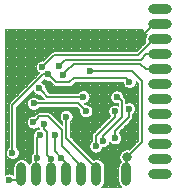
<source format=gbr>
G04 #@! TF.GenerationSoftware,KiCad,Pcbnew,(5.0.2)-1*
G04 #@! TF.CreationDate,2019-07-28T22:14:27+08:00*
G04 #@! TF.ProjectId,NRF24M,4e524632-344d-42e6-9b69-6361645f7063,rev?*
G04 #@! TF.SameCoordinates,Original*
G04 #@! TF.FileFunction,Copper,L2,Bot*
G04 #@! TF.FilePolarity,Positive*
%FSLAX46Y46*%
G04 Gerber Fmt 4.6, Leading zero omitted, Abs format (unit mm)*
G04 Created by KiCad (PCBNEW (5.0.2)-1) date 2019-07-28 22:14:27*
%MOMM*%
%LPD*%
G01*
G04 APERTURE LIST*
G04 #@! TA.AperFunction,ComponentPad*
%ADD10O,2.000000X0.850000*%
G04 #@! TD*
G04 #@! TA.AperFunction,SMDPad,CuDef*
%ADD11O,0.850000X2.000000*%
G04 #@! TD*
G04 #@! TA.AperFunction,ViaPad*
%ADD12C,0.600000*%
G04 #@! TD*
G04 #@! TA.AperFunction,ViaPad*
%ADD13C,0.800000*%
G04 #@! TD*
G04 #@! TA.AperFunction,Conductor*
%ADD14C,0.250000*%
G04 #@! TD*
G04 #@! TA.AperFunction,Conductor*
%ADD15C,0.200000*%
G04 #@! TD*
G04 #@! TA.AperFunction,Conductor*
%ADD16C,0.160000*%
G04 #@! TD*
G04 #@! TA.AperFunction,Conductor*
%ADD17C,0.100000*%
G04 #@! TD*
%ADD18C,0.100000*%
G04 APERTURE END LIST*
D10*
G04 #@! TO.P,J1,12*
G04 #@! TO.N,A2*
X86639400Y-61137800D03*
G04 #@! TO.P,J1,11*
G04 #@! TO.N,A3*
X86639400Y-59867800D03*
G04 #@! TO.P,J1,10*
G04 #@! TO.N,SDA*
X86639400Y-58597800D03*
G04 #@! TO.P,J1,9*
G04 #@! TO.N,SCL*
X86639400Y-57327800D03*
G04 #@! TO.P,J1,8*
G04 #@! TO.N,D2*
X86639400Y-56057800D03*
G04 #@! TO.P,J1,7*
G04 #@! TO.N,D3*
X86639400Y-54787800D03*
G04 #@! TO.P,J1,6*
G04 #@! TO.N,D4*
X86639400Y-53517800D03*
G04 #@! TO.P,J1,5*
G04 #@! TO.N,D5*
X86639400Y-52247800D03*
G04 #@! TO.P,J1,4*
G04 #@! TO.N,D6*
X86639400Y-50977800D03*
G04 #@! TO.P,J1,3*
G04 #@! TO.N,D7*
X86639400Y-49707800D03*
G04 #@! TO.P,J1,2*
G04 #@! TO.N,GND*
X86639400Y-48437800D03*
G04 #@! TO.P,J1,1*
G04 #@! TO.N,VCC*
X86639400Y-47167800D03*
G04 #@! TD*
D11*
G04 #@! TO.P,U2,2*
G04 #@! TO.N,+3V3*
X83820000Y-61087000D03*
G04 #@! TO.P,U2,1*
G04 #@! TO.N,GND*
X82550000Y-61087000D03*
G04 #@! TO.P,U2,3*
G04 #@! TO.N,D9*
X81280000Y-61087000D03*
G04 #@! TO.P,U2,4*
G04 #@! TO.N,D10*
X80010000Y-61087000D03*
G04 #@! TO.P,U2,5*
G04 #@! TO.N,SCK*
X78740000Y-61087000D03*
G04 #@! TO.P,U2,6*
G04 #@! TO.N,MOSI*
X77470000Y-61087000D03*
G04 #@! TO.P,U2,7*
G04 #@! TO.N,MISO*
X76200000Y-61087000D03*
G04 #@! TO.P,U2,8*
G04 #@! TO.N,IRQ*
X74930000Y-61087000D03*
G04 #@! TD*
D12*
G04 #@! TO.N,GND*
X73951320Y-49875440D03*
X84340700Y-50477870D03*
X79949610Y-56650353D03*
D13*
X82680617Y-59765497D03*
G04 #@! TO.N,+3V3*
X83867280Y-59667417D03*
D12*
X80149700Y-54559200D03*
X76426460Y-53854499D03*
X80741098Y-52382290D03*
G04 #@! TO.N,D5*
X78433946Y-52720176D03*
G04 #@! TO.N,D6*
X78086800Y-51981860D03*
G04 #@! TO.N,D7*
X76712565Y-52044112D03*
G04 #@! TO.N,D9*
X78704020Y-56236360D03*
G04 #@! TO.N,D10*
X75945580Y-56713880D03*
G04 #@! TO.N,MOSI*
X77390840Y-59815220D03*
X76849820Y-56899300D03*
G04 #@! TO.N,MISO*
X76268160Y-59751720D03*
X76478439Y-57809699D03*
G04 #@! TO.N,SCK*
X78269680Y-59729747D03*
X77731200Y-57809708D03*
G04 #@! TO.N,A1*
X75953200Y-55118760D03*
X80377880Y-55761380D03*
G04 #@! TO.N,RST*
X81210761Y-58750729D03*
X82829400Y-55803800D03*
G04 #@! TO.N,RXD*
X82820282Y-58045058D03*
X83997800Y-55575210D03*
G04 #@! TO.N,TXD*
X81850462Y-58270310D03*
X82991529Y-54567588D03*
G04 #@! TO.N,D2*
X84061300Y-53276500D03*
X77212605Y-52668595D03*
X74167580Y-59299600D03*
G04 #@! TO.N,IRQ*
X73870010Y-61611000D03*
G04 #@! TD*
D14*
G04 #@! TO.N,GND*
X82550000Y-61087000D02*
X82308700Y-60845700D01*
D15*
X86139400Y-48437800D02*
X84340700Y-50236500D01*
X86639400Y-48437800D02*
X86139400Y-48437800D01*
X84340700Y-50236500D02*
X84340700Y-50477870D01*
D14*
X82648700Y-59733580D02*
X82680617Y-59765497D01*
X82648700Y-59550300D02*
X82648700Y-59733580D01*
G04 #@! TO.N,+3V3*
X83820000Y-61087000D02*
X83820000Y-59714697D01*
X83820000Y-59714697D02*
X83867280Y-59667417D01*
D15*
X77131161Y-54559200D02*
X76726459Y-54154498D01*
X76726459Y-54154498D02*
X76426460Y-53854499D01*
X80149700Y-54559200D02*
X77131161Y-54559200D01*
X84283692Y-52382290D02*
X81165362Y-52382290D01*
X81165362Y-52382290D02*
X80741098Y-52382290D01*
X85153500Y-53252098D02*
X84283692Y-52382290D01*
X85153500Y-58381197D02*
X85153500Y-53252098D01*
X83867280Y-59667417D02*
X85153500Y-58381197D01*
D16*
G04 #@! TO.N,D5*
X85479400Y-52247800D02*
X85009499Y-51777899D01*
X86639400Y-52247800D02*
X85479400Y-52247800D01*
X85009499Y-51777899D02*
X79376223Y-51777899D01*
X79376223Y-51777899D02*
X78733945Y-52420177D01*
X78733945Y-52420177D02*
X78433946Y-52720176D01*
G04 #@! TO.N,D6*
X78650772Y-51417888D02*
X78386799Y-51681861D01*
X86639400Y-50977800D02*
X85479400Y-50977800D01*
X85479400Y-50977800D02*
X85039312Y-51417888D01*
X85039312Y-51417888D02*
X78650772Y-51417888D01*
X78386799Y-51681861D02*
X78086800Y-51981860D01*
G04 #@! TO.N,D7*
X77012564Y-51744113D02*
X76712565Y-52044112D01*
X77698800Y-51057877D02*
X77012564Y-51744113D01*
X84789323Y-51057877D02*
X77698800Y-51057877D01*
X86639400Y-49707800D02*
X86139400Y-49707800D01*
X86139400Y-49707800D02*
X84789323Y-51057877D01*
G04 #@! TO.N,D9*
X78709100Y-56241440D02*
X78704020Y-56236360D01*
X78709100Y-58039760D02*
X78709100Y-56241440D01*
X81280000Y-61087000D02*
X81280000Y-60610660D01*
X81280000Y-60610660D02*
X78709100Y-58039760D01*
G04 #@! TO.N,D10*
X80010000Y-60425240D02*
X78349089Y-58764329D01*
X80010000Y-61087000D02*
X80010000Y-60425240D01*
X78349089Y-58764329D02*
X78349089Y-57404768D01*
X78349089Y-57404768D02*
X77163502Y-56219181D01*
X76245579Y-56413881D02*
X75945580Y-56713880D01*
X77163502Y-56219181D02*
X76440279Y-56219181D01*
X76440279Y-56219181D02*
X76245579Y-56413881D01*
G04 #@! TO.N,MOSI*
X77470000Y-61087000D02*
X77470000Y-59894380D01*
X77470000Y-59894380D02*
X77390840Y-59815220D01*
X76849820Y-57333640D02*
X76849820Y-56899300D01*
X77090841Y-57574661D02*
X76849820Y-57333640D01*
X77390840Y-59815220D02*
X77090841Y-59515221D01*
X77090841Y-59515221D02*
X77090841Y-57574661D01*
G04 #@! TO.N,MISO*
X76200000Y-59819880D02*
X76268160Y-59751720D01*
X76200000Y-61087000D02*
X76200000Y-59819880D01*
X76268160Y-59751720D02*
X76268160Y-58019978D01*
X76268160Y-58019978D02*
X76478439Y-57809699D01*
G04 #@! TO.N,SCK*
X78740000Y-60200067D02*
X78269680Y-59729747D01*
X78740000Y-61087000D02*
X78740000Y-60200067D01*
X77731200Y-59191267D02*
X78269680Y-59729747D01*
X77731200Y-57809708D02*
X77731200Y-59191267D01*
G04 #@! TO.N,A1*
X75953200Y-55118760D02*
X79735260Y-55118760D01*
X79735260Y-55118760D02*
X80077881Y-55461381D01*
X80077881Y-55461381D02*
X80377880Y-55761380D01*
G04 #@! TO.N,RST*
X81210761Y-58326465D02*
X81210761Y-58750729D01*
X81210761Y-57887599D02*
X81210761Y-58326465D01*
X82829400Y-55803800D02*
X82829400Y-56268960D01*
X82829400Y-56268960D02*
X81210761Y-57887599D01*
G04 #@! TO.N,RXD*
X83997800Y-55999474D02*
X83997800Y-55575210D01*
X83997800Y-56253720D02*
X83997800Y-55999474D01*
X82820282Y-58045058D02*
X82820282Y-57431238D01*
X82820282Y-57431238D02*
X83997800Y-56253720D01*
G04 #@! TO.N,TXD*
X81850462Y-57846046D02*
X81850462Y-58270310D01*
X83409401Y-56287107D02*
X81850462Y-57846046D01*
X83409401Y-54899081D02*
X83409401Y-56287107D01*
X82991529Y-54567588D02*
X83077908Y-54567588D01*
X83077908Y-54567588D02*
X83409401Y-54899081D01*
G04 #@! TO.N,D2*
X78980880Y-53345840D02*
X77889850Y-53345840D01*
X77512604Y-52968594D02*
X77212605Y-52668595D01*
X83747100Y-52962300D02*
X79364420Y-52962300D01*
X84061300Y-53276500D02*
X83747100Y-52962300D01*
X79364420Y-52962300D02*
X78980880Y-53345840D01*
X77889850Y-53345840D02*
X77512604Y-52968594D01*
X77212605Y-52668595D02*
X76788341Y-52668595D01*
X76788341Y-52668595D02*
X74167580Y-55289356D01*
X74167580Y-58875336D02*
X74167580Y-59299600D01*
X74167580Y-55289356D02*
X74167580Y-58875336D01*
G04 #@! TO.N,IRQ*
X74930000Y-61087000D02*
X74930000Y-60811320D01*
X74713680Y-61611000D02*
X73870010Y-61611000D01*
X74930000Y-61087000D02*
X74930000Y-61394680D01*
X74930000Y-61394680D02*
X74713680Y-61611000D01*
G04 #@! TD*
D17*
G04 #@! TO.N,GND*
X85177766Y-48868800D02*
X73520000Y-48868800D01*
X85215261Y-48963800D02*
X73520000Y-48963800D01*
X85281680Y-49058800D02*
X73520000Y-49058800D01*
X85363033Y-49153800D02*
X73520000Y-49153800D01*
X85476857Y-49248800D02*
X73520000Y-49248800D01*
X85493588Y-49343800D02*
X73520000Y-49343800D01*
X85442810Y-49438800D02*
X73520000Y-49438800D01*
X85411810Y-49533800D02*
X73520000Y-49533800D01*
X85393916Y-49628800D02*
X73520000Y-49628800D01*
X85387709Y-49723800D02*
X73520000Y-49723800D01*
X85397066Y-49818800D02*
X73520000Y-49818800D01*
X85421516Y-49913800D02*
X73520000Y-49913800D01*
X85371711Y-50008800D02*
X73520000Y-50008800D01*
X85276711Y-50103800D02*
X73520000Y-50103800D01*
X85181711Y-50198800D02*
X73520000Y-50198800D01*
X85086711Y-50293800D02*
X73520000Y-50293800D01*
X84991711Y-50388800D02*
X73520000Y-50388800D01*
X84896711Y-50483800D02*
X73520000Y-50483800D01*
X84801711Y-50578800D02*
X73520000Y-50578800D01*
X84706711Y-50673800D02*
X73520000Y-50673800D01*
X77539580Y-50768800D02*
X73520000Y-50768800D01*
X77426187Y-50863800D02*
X73520000Y-50863800D01*
X77331187Y-50958800D02*
X73520000Y-50958800D01*
X77236187Y-51053800D02*
X73520000Y-51053800D01*
X77141187Y-51148800D02*
X73520000Y-51148800D01*
X77046188Y-51243800D02*
X73520000Y-51243800D01*
X76951188Y-51338800D02*
X73520000Y-51338800D01*
X76856188Y-51433800D02*
X73520000Y-51433800D01*
X76519420Y-51528800D02*
X73520000Y-51528800D01*
X76355060Y-51623800D02*
X73520000Y-51623800D01*
X76268453Y-51718800D02*
X73520000Y-51718800D01*
X76212648Y-51813800D02*
X73520000Y-51813800D01*
X76178705Y-51908800D02*
X73520000Y-51908800D01*
X76162565Y-52003800D02*
X73520000Y-52003800D01*
X76162668Y-52098800D02*
X73520000Y-52098800D01*
X76181564Y-52193800D02*
X73520000Y-52193800D01*
X76218602Y-52288800D02*
X73520000Y-52288800D01*
X76278058Y-52383800D02*
X73520000Y-52383800D01*
X76373148Y-52478800D02*
X73520000Y-52478800D01*
X76416447Y-52573800D02*
X73520000Y-52573800D01*
X76321447Y-52668800D02*
X73520000Y-52668800D01*
X76226447Y-52763800D02*
X73520000Y-52763800D01*
X76131447Y-52858800D02*
X73520000Y-52858800D01*
X76036447Y-52953800D02*
X73520000Y-52953800D01*
X75941447Y-53048800D02*
X73520000Y-53048800D01*
X75846447Y-53143800D02*
X73520000Y-53143800D01*
X76933826Y-53143800D02*
X76779825Y-53143800D01*
X75751447Y-53238800D02*
X73520000Y-53238800D01*
X77316120Y-53238800D02*
X76684825Y-53238800D01*
X84645227Y-53238800D02*
X84611300Y-53238800D01*
X75656447Y-53333800D02*
X73520000Y-53333800D01*
X77411120Y-53333800D02*
X76606600Y-53333800D01*
X83511922Y-53333800D02*
X79459610Y-53333800D01*
X84740227Y-53333800D02*
X84610677Y-53333800D01*
X75561447Y-53428800D02*
X73520000Y-53428800D01*
X77506120Y-53428800D02*
X76778578Y-53428800D01*
X83530819Y-53428800D02*
X79364610Y-53428800D01*
X84803501Y-53428800D02*
X84591780Y-53428800D01*
X75466447Y-53523800D02*
X73520000Y-53523800D01*
X77601120Y-53523800D02*
X76866974Y-53523800D01*
X83568419Y-53523800D02*
X79269610Y-53523800D01*
X84803501Y-53523800D02*
X84554180Y-53523800D01*
X75371447Y-53618800D02*
X73520000Y-53618800D01*
X77702271Y-53618800D02*
X76924146Y-53618800D01*
X83628538Y-53618800D02*
X79168458Y-53618800D01*
X84803501Y-53618800D02*
X84494061Y-53618800D01*
X75276447Y-53713800D02*
X73520000Y-53713800D01*
X83725792Y-53713800D02*
X76959249Y-53713800D01*
X84803501Y-53713800D02*
X84396807Y-53713800D01*
X75181447Y-53808800D02*
X73520000Y-53808800D01*
X83918145Y-53808800D02*
X76976460Y-53808800D01*
X84803501Y-53808800D02*
X84204454Y-53808800D01*
X75086447Y-53903800D02*
X73520000Y-53903800D01*
X84803501Y-53903800D02*
X76976460Y-53903800D01*
X74991447Y-53998800D02*
X73520000Y-53998800D01*
X84803501Y-53998800D02*
X77065735Y-53998800D01*
X74896447Y-54093800D02*
X73520000Y-54093800D01*
X75930266Y-54093800D02*
X75829825Y-54093800D01*
X79856248Y-54093800D02*
X77160735Y-54093800D01*
X82710630Y-54093800D02*
X80443153Y-54093800D01*
X84803501Y-54093800D02*
X83272429Y-54093800D01*
X74801447Y-54188800D02*
X73520000Y-54188800D01*
X75988353Y-54188800D02*
X75734825Y-54188800D01*
X79742283Y-54188800D02*
X77255735Y-54188800D01*
X82592500Y-54188800D02*
X80557117Y-54188800D01*
X84803501Y-54188800D02*
X83390558Y-54188800D01*
X74706447Y-54283800D02*
X73520000Y-54283800D01*
X76078980Y-54283800D02*
X75639825Y-54283800D01*
X82519672Y-54283800D02*
X80627163Y-54283800D01*
X84803501Y-54283800D02*
X83463387Y-54283800D01*
X74611447Y-54378800D02*
X73520000Y-54378800D01*
X76255015Y-54378800D02*
X75544825Y-54378800D01*
X82474412Y-54378800D02*
X80670292Y-54378800D01*
X84803501Y-54378800D02*
X83508647Y-54378800D01*
X74516447Y-54473800D02*
X73520000Y-54473800D01*
X76550787Y-54473800D02*
X75449825Y-54473800D01*
X82449410Y-54473800D02*
X80693489Y-54473800D01*
X84803501Y-54473800D02*
X83533649Y-54473800D01*
X74421447Y-54568800D02*
X73520000Y-54568800D01*
X75898829Y-54568800D02*
X75354825Y-54568800D01*
X76645787Y-54568800D02*
X76007572Y-54568800D01*
X82441529Y-54568800D02*
X80699700Y-54568800D01*
X84803501Y-54568800D02*
X83545810Y-54568800D01*
X74326447Y-54663800D02*
X73520000Y-54663800D01*
X75644123Y-54663800D02*
X75259825Y-54663800D01*
X76740787Y-54663800D02*
X76262278Y-54663800D01*
X82449891Y-54663800D02*
X80689668Y-54663800D01*
X84803501Y-54663800D02*
X83642892Y-54663800D01*
X74231447Y-54758800D02*
X73520000Y-54758800D01*
X75535343Y-54758800D02*
X75164825Y-54758800D01*
X76835787Y-54758800D02*
X76371057Y-54758800D01*
X82475415Y-54758800D02*
X80662338Y-54758800D01*
X84803501Y-54758800D02*
X83708602Y-54758800D01*
X74136447Y-54853800D02*
X73520000Y-54853800D01*
X75468762Y-54853800D02*
X75069825Y-54853800D01*
X82521290Y-54853800D02*
X80614333Y-54853800D01*
X84803501Y-54853800D02*
X83736537Y-54853800D01*
X74041447Y-54948800D02*
X73520000Y-54948800D01*
X75428284Y-54948800D02*
X74974825Y-54948800D01*
X82594924Y-54948800D02*
X80537917Y-54948800D01*
X84803501Y-54948800D02*
X83739401Y-54948800D01*
X73946447Y-55043800D02*
X73520000Y-55043800D01*
X75407336Y-55043800D02*
X74879825Y-55043800D01*
X82714257Y-55043800D02*
X80414417Y-55043800D01*
X83850171Y-55043800D02*
X83739401Y-55043800D01*
X84803501Y-55043800D02*
X84145430Y-55043800D01*
X73873873Y-55138800D02*
X73520000Y-55138800D01*
X75403200Y-55138800D02*
X74784825Y-55138800D01*
X83079401Y-55138800D02*
X80221991Y-55138800D01*
X84803501Y-55138800D02*
X84334640Y-55138800D01*
X73841457Y-55233800D02*
X73520000Y-55233800D01*
X75415307Y-55233800D02*
X74689825Y-55233800D01*
X83079401Y-55233800D02*
X80541409Y-55233800D01*
X84803501Y-55233800D02*
X84431157Y-55233800D01*
X73837580Y-55328800D02*
X73520000Y-55328800D01*
X75444885Y-55328800D02*
X74594825Y-55328800D01*
X82550315Y-55328800D02*
X80720452Y-55328800D01*
X84803501Y-55328800D02*
X84491049Y-55328800D01*
X73837580Y-55423800D02*
X73520000Y-55423800D01*
X75495542Y-55423800D02*
X74499825Y-55423800D01*
X82431583Y-55423800D02*
X80813796Y-55423800D01*
X84803501Y-55423800D02*
X84528458Y-55423800D01*
X73837580Y-55518800D02*
X73520000Y-55518800D01*
X75575423Y-55518800D02*
X74497580Y-55518800D01*
X79668609Y-55518800D02*
X76330977Y-55518800D01*
X82358352Y-55518800D02*
X80872716Y-55518800D01*
X84803501Y-55518800D02*
X84547355Y-55518800D01*
X73837580Y-55613800D02*
X73520000Y-55613800D01*
X75711114Y-55613800D02*
X74497580Y-55613800D01*
X79763609Y-55613800D02*
X76195285Y-55613800D01*
X82312785Y-55613800D02*
X80909300Y-55613800D01*
X84803501Y-55613800D02*
X84547800Y-55613800D01*
X73837580Y-55708800D02*
X73520000Y-55708800D01*
X78540443Y-55708800D02*
X74497580Y-55708800D01*
X79827880Y-55708800D02*
X78867598Y-55708800D01*
X82287522Y-55708800D02*
X80927880Y-55708800D01*
X84803501Y-55708800D02*
X84532002Y-55708800D01*
X73837580Y-55803800D02*
X73520000Y-55803800D01*
X78361419Y-55803800D02*
X74497580Y-55803800D01*
X79827880Y-55803800D02*
X79046622Y-55803800D01*
X82279400Y-55803800D02*
X80927880Y-55803800D01*
X84803501Y-55803800D02*
X84498430Y-55803800D01*
X73837580Y-55898800D02*
X73520000Y-55898800D01*
X76359623Y-55898800D02*
X74497580Y-55898800D01*
X78268092Y-55898800D02*
X77244159Y-55898800D01*
X79844439Y-55898800D02*
X79139949Y-55898800D01*
X82287521Y-55898800D02*
X80911320Y-55898800D01*
X84803501Y-55898800D02*
X84443063Y-55898800D01*
X73837580Y-55993800D02*
X73520000Y-55993800D01*
X76198343Y-55993800D02*
X74497580Y-55993800D01*
X78209177Y-55993800D02*
X77405439Y-55993800D01*
X79878836Y-55993800D02*
X79198864Y-55993800D01*
X82312784Y-55993800D02*
X80876923Y-55993800D01*
X84803501Y-55993800D02*
X84357027Y-55993800D01*
X73837580Y-56088800D02*
X73520000Y-56088800D01*
X76103971Y-56088800D02*
X74497580Y-56088800D01*
X78172597Y-56088800D02*
X77499811Y-56088800D01*
X79935175Y-56088800D02*
X79235444Y-56088800D01*
X82358351Y-56088800D02*
X80820584Y-56088800D01*
X84803501Y-56088800D02*
X84327800Y-56088800D01*
X73837580Y-56183800D02*
X73520000Y-56183800D01*
X75791265Y-56183800D02*
X74497580Y-56183800D01*
X78154020Y-56183800D02*
X77594811Y-56183800D01*
X80022483Y-56183800D02*
X79254020Y-56183800D01*
X82431583Y-56183800D02*
X80733277Y-56183800D01*
X84803501Y-56183800D02*
X84327800Y-56183800D01*
X73837580Y-56278800D02*
X73520000Y-56278800D01*
X75606750Y-56278800D02*
X74497580Y-56278800D01*
X78154020Y-56278800D02*
X77689811Y-56278800D01*
X80189823Y-56278800D02*
X79254020Y-56278800D01*
X82352870Y-56278800D02*
X80565936Y-56278800D01*
X84803501Y-56278800D02*
X84326925Y-56278800D01*
X73837580Y-56373800D02*
X73520000Y-56373800D01*
X75511336Y-56373800D02*
X74497580Y-56373800D01*
X78170583Y-56373800D02*
X77784811Y-56373800D01*
X82257870Y-56373800D02*
X79237456Y-56373800D01*
X84803501Y-56373800D02*
X84306222Y-56373800D01*
X73837580Y-56468800D02*
X73520000Y-56468800D01*
X75451781Y-56468800D02*
X74497580Y-56468800D01*
X78204984Y-56468800D02*
X77879811Y-56468800D01*
X82162870Y-56468800D02*
X79203055Y-56468800D01*
X84803501Y-56468800D02*
X84248190Y-56468800D01*
X73837580Y-56563800D02*
X73520000Y-56563800D01*
X75414658Y-56563800D02*
X74497580Y-56563800D01*
X78261329Y-56563800D02*
X77974812Y-56563800D01*
X82067870Y-56563800D02*
X79146710Y-56563800D01*
X84803501Y-56563800D02*
X84154409Y-56563800D01*
X73837580Y-56658800D02*
X73520000Y-56658800D01*
X75395762Y-56658800D02*
X74497580Y-56658800D01*
X78348643Y-56658800D02*
X78069812Y-56658800D01*
X81972870Y-56658800D02*
X79059397Y-56658800D01*
X84803501Y-56658800D02*
X84059409Y-56658800D01*
X73837580Y-56753800D02*
X73520000Y-56753800D01*
X75395580Y-56753800D02*
X74497580Y-56753800D01*
X78379101Y-56753800D02*
X78164812Y-56753800D01*
X81877870Y-56753800D02*
X79039100Y-56753800D01*
X84803501Y-56753800D02*
X83964409Y-56753800D01*
X73837580Y-56848800D02*
X73520000Y-56848800D01*
X75411641Y-56848800D02*
X74497580Y-56848800D01*
X78379101Y-56848800D02*
X78259812Y-56848800D01*
X81782870Y-56848800D02*
X79039100Y-56848800D01*
X84803501Y-56848800D02*
X83869409Y-56848800D01*
X73837580Y-56943800D02*
X73520000Y-56943800D01*
X75445500Y-56943800D02*
X74497580Y-56943800D01*
X78379101Y-56943800D02*
X78354812Y-56943800D01*
X81687871Y-56943800D02*
X79039100Y-56943800D01*
X84803501Y-56943800D02*
X83774409Y-56943800D01*
X73837580Y-57038800D02*
X73520000Y-57038800D01*
X75501205Y-57038800D02*
X74497580Y-57038800D01*
X81592871Y-57038800D02*
X79039100Y-57038800D01*
X84803501Y-57038800D02*
X83679409Y-57038800D01*
X73837580Y-57133800D02*
X73520000Y-57133800D01*
X75587683Y-57133800D02*
X74497580Y-57133800D01*
X76351637Y-57133800D02*
X76303477Y-57133800D01*
X81497871Y-57133800D02*
X79039100Y-57133800D01*
X84803501Y-57133800D02*
X83584409Y-57133800D01*
X73837580Y-57228800D02*
X73520000Y-57228800D01*
X75751487Y-57228800D02*
X74497580Y-57228800D01*
X76408505Y-57228800D02*
X76139672Y-57228800D01*
X81402871Y-57228800D02*
X79039100Y-57228800D01*
X84803501Y-57228800D02*
X83489409Y-57228800D01*
X73837580Y-57323800D02*
X73520000Y-57323800D01*
X76215666Y-57323800D02*
X74497580Y-57323800D01*
X81307871Y-57323800D02*
X79039100Y-57323800D01*
X84803501Y-57323800D02*
X83394409Y-57323800D01*
X73837580Y-57418800D02*
X73520000Y-57418800D01*
X76091521Y-57418800D02*
X74497580Y-57418800D01*
X81212871Y-57418800D02*
X79039100Y-57418800D01*
X84803501Y-57418800D02*
X83299409Y-57418800D01*
X73837580Y-57513800D02*
X73520000Y-57513800D01*
X76014674Y-57513800D02*
X74497580Y-57513800D01*
X81117871Y-57513800D02*
X79039100Y-57513800D01*
X84803501Y-57513800D02*
X83204409Y-57513800D01*
X73837580Y-57608800D02*
X73520000Y-57608800D01*
X75966339Y-57608800D02*
X74497580Y-57608800D01*
X81022871Y-57608800D02*
X79039100Y-57608800D01*
X84803501Y-57608800D02*
X83157350Y-57608800D01*
X73837580Y-57703800D02*
X73520000Y-57703800D01*
X75938729Y-57703800D02*
X74497580Y-57703800D01*
X80934822Y-57703800D02*
X79039100Y-57703800D01*
X84803501Y-57703800D02*
X83253740Y-57703800D01*
X73837580Y-57798800D02*
X73520000Y-57798800D01*
X75928439Y-57798800D02*
X74497580Y-57798800D01*
X80892850Y-57798800D02*
X79039100Y-57798800D01*
X84803501Y-57798800D02*
X83313594Y-57798800D01*
X73837580Y-57893800D02*
X73520000Y-57893800D01*
X75934392Y-57893800D02*
X74497580Y-57893800D01*
X80879775Y-57893800D02*
X79039100Y-57893800D01*
X84803501Y-57893800D02*
X83350971Y-57893800D01*
X73837580Y-57988800D02*
X73520000Y-57988800D01*
X75939636Y-57988800D02*
X74497580Y-57988800D01*
X80880761Y-57988800D02*
X79124830Y-57988800D01*
X84803501Y-57988800D02*
X83369867Y-57988800D01*
X73837580Y-58083800D02*
X73520000Y-58083800D01*
X75938161Y-58083800D02*
X74497580Y-58083800D01*
X80880761Y-58083800D02*
X79219830Y-58083800D01*
X84803501Y-58083800D02*
X83370282Y-58083800D01*
X73837580Y-58178800D02*
X73520000Y-58178800D01*
X75938161Y-58178800D02*
X74497580Y-58178800D01*
X80880761Y-58178800D02*
X79314830Y-58178800D01*
X84803501Y-58178800D02*
X83354454Y-58178800D01*
X73837580Y-58273800D02*
X73520000Y-58273800D01*
X75938161Y-58273800D02*
X74497580Y-58273800D01*
X80880761Y-58273800D02*
X79409830Y-58273800D01*
X84765924Y-58273800D02*
X83320849Y-58273800D01*
X73837580Y-58368800D02*
X73520000Y-58368800D01*
X75938161Y-58368800D02*
X74497580Y-58368800D01*
X80814873Y-58368800D02*
X79504830Y-58368800D01*
X84670924Y-58368800D02*
X83265443Y-58368800D01*
X73837580Y-58463800D02*
X73520000Y-58463800D01*
X75938161Y-58463800D02*
X74497580Y-58463800D01*
X80741002Y-58463800D02*
X79599830Y-58463800D01*
X82461207Y-58463800D02*
X82365631Y-58463800D01*
X84575924Y-58463800D02*
X83179357Y-58463800D01*
X73837580Y-58558800D02*
X73520000Y-58558800D01*
X75938161Y-58558800D02*
X74497580Y-58558800D01*
X80694945Y-58558800D02*
X79694830Y-58558800D01*
X82623345Y-58558800D02*
X82319178Y-58558800D01*
X84480924Y-58558800D02*
X83017218Y-58558800D01*
X73837580Y-58653800D02*
X73520000Y-58653800D01*
X75938161Y-58653800D02*
X74497580Y-58653800D01*
X80669267Y-58653800D02*
X79789830Y-58653800D01*
X84385924Y-58653800D02*
X82244789Y-58653800D01*
X73837580Y-58748800D02*
X73520000Y-58748800D01*
X75938161Y-58748800D02*
X74497580Y-58748800D01*
X80660761Y-58748800D02*
X79884830Y-58748800D01*
X84290924Y-58748800D02*
X82124324Y-58748800D01*
X73837580Y-58843800D02*
X73520000Y-58843800D01*
X75938161Y-58843800D02*
X74497580Y-58843800D01*
X80668498Y-58843800D02*
X79979830Y-58843800D01*
X84195924Y-58843800D02*
X81753023Y-58843800D01*
X73750563Y-58938800D02*
X73520000Y-58938800D01*
X75938161Y-58938800D02*
X74584597Y-58938800D01*
X80693346Y-58938800D02*
X80074830Y-58938800D01*
X84100924Y-58938800D02*
X81728175Y-58938800D01*
X73683703Y-59033800D02*
X73520000Y-59033800D01*
X75938161Y-59033800D02*
X74651458Y-59033800D01*
X80738424Y-59033800D02*
X80169830Y-59033800D01*
X83720898Y-59033800D02*
X81683097Y-59033800D01*
X73643012Y-59128800D02*
X73520000Y-59128800D01*
X75938161Y-59128800D02*
X74692149Y-59128800D01*
X80811015Y-59128800D02*
X80264830Y-59128800D01*
X83503409Y-59128800D02*
X81610507Y-59128800D01*
X73621883Y-59223800D02*
X73520000Y-59223800D01*
X75938161Y-59223800D02*
X74713278Y-59223800D01*
X80928788Y-59223800D02*
X80359830Y-59223800D01*
X83391658Y-59223800D02*
X81492733Y-59223800D01*
X73617580Y-59318800D02*
X73520000Y-59318800D01*
X75926098Y-59318800D02*
X74717580Y-59318800D01*
X83318471Y-59318800D02*
X80454830Y-59318800D01*
X73629520Y-59413800D02*
X73520000Y-59413800D01*
X75832472Y-59413800D02*
X74705639Y-59413800D01*
X83268777Y-59413800D02*
X80549830Y-59413800D01*
X73658917Y-59508800D02*
X73520000Y-59508800D01*
X75773466Y-59508800D02*
X74676242Y-59508800D01*
X83236097Y-59508800D02*
X80644830Y-59508800D01*
X73709360Y-59603800D02*
X73520000Y-59603800D01*
X75736808Y-59603800D02*
X74625799Y-59603800D01*
X83217280Y-59603800D02*
X80739830Y-59603800D01*
X73788963Y-59698800D02*
X73520000Y-59698800D01*
X75718160Y-59698800D02*
X74546197Y-59698800D01*
X83217280Y-59698800D02*
X80834830Y-59698800D01*
X73923466Y-59793800D02*
X73520000Y-59793800D01*
X75718160Y-59793800D02*
X74411693Y-59793800D01*
X83229684Y-59793800D02*
X80929830Y-59793800D01*
X74664012Y-59888800D02*
X73520000Y-59888800D01*
X75734651Y-59888800D02*
X75195990Y-59888800D01*
X83255425Y-59888800D02*
X81545990Y-59888800D01*
X74509607Y-59983800D02*
X73520000Y-59983800D01*
X75768975Y-59983800D02*
X75350395Y-59983800D01*
X83296932Y-59983800D02*
X81700395Y-59983800D01*
X74412311Y-60078800D02*
X73520000Y-60078800D01*
X75682311Y-60078800D02*
X75447691Y-60078800D01*
X83302311Y-60078800D02*
X81797691Y-60078800D01*
X74345399Y-60173800D02*
X73520000Y-60173800D01*
X75615399Y-60173800D02*
X75514603Y-60173800D01*
X83235399Y-60173800D02*
X81864603Y-60173800D01*
X74298402Y-60268800D02*
X73520000Y-60268800D01*
X75568403Y-60268800D02*
X75561600Y-60268800D01*
X83188402Y-60268800D02*
X81911600Y-60268800D01*
X74269585Y-60363800D02*
X73520000Y-60363800D01*
X83159585Y-60363800D02*
X81940417Y-60363800D01*
X74256975Y-60458800D02*
X73520000Y-60458800D01*
X83146975Y-60458800D02*
X81953027Y-60458800D01*
X74255001Y-60553800D02*
X73520000Y-60553800D01*
X83145001Y-60553800D02*
X81955000Y-60553800D01*
X74255001Y-60648800D02*
X73520000Y-60648800D01*
X83145001Y-60648800D02*
X81955000Y-60648800D01*
X74255001Y-60743800D02*
X73520000Y-60743800D01*
X83145001Y-60743800D02*
X81955000Y-60743800D01*
X74255001Y-60838800D02*
X73520000Y-60838800D01*
X83145001Y-60838800D02*
X81955000Y-60838800D01*
X74255001Y-60933800D02*
X73520000Y-60933800D01*
X83145001Y-60933800D02*
X81955000Y-60933800D01*
X74255001Y-61028800D02*
X73520000Y-61028800D01*
X83145001Y-61028800D02*
X81955000Y-61028800D01*
X73609184Y-61123800D02*
X73520000Y-61123800D01*
X74255001Y-61123800D02*
X74130837Y-61123800D01*
X83145001Y-61123800D02*
X81955000Y-61123800D01*
X83145001Y-61218800D02*
X81955000Y-61218800D01*
X83145001Y-61313800D02*
X81955000Y-61313800D01*
X83145001Y-61408800D02*
X81955000Y-61408800D01*
X83145001Y-61503800D02*
X81955000Y-61503800D01*
X83145001Y-61598800D02*
X81955000Y-61598800D01*
X83145001Y-61693800D02*
X81955000Y-61693800D01*
X83154223Y-61788800D02*
X81945776Y-61788800D01*
X83181909Y-61883800D02*
X81918090Y-61883800D01*
X83223959Y-61978800D02*
X81876041Y-61978800D01*
X83284747Y-62073800D02*
X81815253Y-62073800D01*
X83373530Y-62168800D02*
X81726469Y-62168800D01*
X85535988Y-49287663D02*
X85535988Y-49287663D01*
X85440988Y-49442207D02*
X85440988Y-49218862D01*
X85345988Y-50034522D02*
X85345988Y-49138493D01*
X85250988Y-50129522D02*
X85250988Y-49020763D01*
X85155988Y-50224522D02*
X85155988Y-48868800D01*
X85060988Y-50319522D02*
X85060988Y-48868800D01*
X84965988Y-50414522D02*
X84965988Y-48868800D01*
X84870988Y-50509522D02*
X84870988Y-48868800D01*
X84775988Y-50604522D02*
X84775988Y-48868800D01*
X84775988Y-58263735D02*
X84775988Y-53369561D01*
X84680988Y-50699522D02*
X84680988Y-48868800D01*
X84680988Y-58358735D02*
X84680988Y-53274561D01*
X84585988Y-50727877D02*
X84585988Y-48868800D01*
X84585988Y-58453735D02*
X84585988Y-53447011D01*
X84490988Y-50727877D02*
X84490988Y-48868800D01*
X84490988Y-55328653D02*
X84490988Y-53623400D01*
X84490988Y-58548735D02*
X84490988Y-55821768D01*
X84395988Y-50727877D02*
X84395988Y-48868800D01*
X84395988Y-55195581D02*
X84395988Y-53714348D01*
X84395988Y-58643735D02*
X84395988Y-55954839D01*
X84300988Y-50727877D02*
X84300988Y-48868800D01*
X84300988Y-55116315D02*
X84300988Y-53772534D01*
X84300988Y-58738735D02*
X84300988Y-56386542D01*
X84205988Y-50727877D02*
X84205988Y-48868800D01*
X84205988Y-55066129D02*
X84205988Y-53808496D01*
X84205988Y-58833735D02*
X84205988Y-56512222D01*
X84110988Y-50727877D02*
X84110988Y-48868800D01*
X84110988Y-55036950D02*
X84110988Y-53826500D01*
X84110988Y-58928735D02*
X84110988Y-56607222D01*
X84015988Y-50727877D02*
X84015988Y-48868800D01*
X84015988Y-55025210D02*
X84015988Y-53826500D01*
X84015988Y-59023735D02*
X84015988Y-56702222D01*
X83920988Y-50727877D02*
X83920988Y-48868800D01*
X83920988Y-55029713D02*
X83920988Y-53809365D01*
X83920988Y-59017417D02*
X83920988Y-56797222D01*
X83825988Y-50727877D02*
X83825988Y-48868800D01*
X83825988Y-55051061D02*
X83825988Y-53774345D01*
X83825988Y-59017417D02*
X83825988Y-56892222D01*
X83730988Y-50727877D02*
X83730988Y-48868800D01*
X83730988Y-54822400D02*
X83730988Y-53717271D01*
X83730988Y-59031792D02*
X83730988Y-56987222D01*
X83635988Y-50727877D02*
X83635988Y-48868800D01*
X83635988Y-54658135D02*
X83635988Y-53629005D01*
X83635988Y-59059666D02*
X83635988Y-57082222D01*
X83540988Y-50727877D02*
X83540988Y-48868800D01*
X83540988Y-54510699D02*
X83540988Y-53457575D01*
X83540988Y-59103690D02*
X83540988Y-57177222D01*
X83445988Y-50727877D02*
X83445988Y-48868800D01*
X83445988Y-54257761D02*
X83445988Y-53292300D01*
X83445988Y-59169470D02*
X83445988Y-57272222D01*
X83350988Y-50727877D02*
X83350988Y-48868800D01*
X83350988Y-54149230D02*
X83350988Y-53292300D01*
X83350988Y-57893890D02*
X83350988Y-57367222D01*
X83350988Y-59270133D02*
X83350988Y-58196227D01*
X83350988Y-62190500D02*
X83350988Y-62150299D01*
X83255988Y-50727877D02*
X83255988Y-48868800D01*
X83255988Y-54082815D02*
X83255988Y-53292300D01*
X83255988Y-57707165D02*
X83255988Y-57462222D01*
X83255988Y-59444674D02*
X83255988Y-58382952D01*
X83255988Y-60135278D02*
X83255988Y-59890159D01*
X83255988Y-62190500D02*
X83255988Y-62038721D01*
X83160988Y-50727877D02*
X83160988Y-48868800D01*
X83160988Y-54042465D02*
X83160988Y-53292300D01*
X83160988Y-57611232D02*
X83160988Y-57557222D01*
X83160988Y-60359172D02*
X83160988Y-58478885D01*
X83160988Y-62190500D02*
X83160988Y-61814830D01*
X83065988Y-50727877D02*
X83065988Y-48868800D01*
X83065988Y-54021624D02*
X83065988Y-53292300D01*
X83065988Y-55306483D02*
X83065988Y-55113553D01*
X83065988Y-62190500D02*
X83065988Y-58538599D01*
X82970988Y-50727877D02*
X82970988Y-48868800D01*
X82970988Y-54017588D02*
X82970988Y-53292300D01*
X82970988Y-55271189D02*
X82970988Y-55117588D01*
X82970988Y-62190500D02*
X82970988Y-58575857D01*
X82875988Y-50727877D02*
X82875988Y-48868800D01*
X82875988Y-54029795D02*
X82875988Y-53292300D01*
X82875988Y-55253800D02*
X82875988Y-55105380D01*
X82875988Y-62190500D02*
X82875988Y-58594753D01*
X82780988Y-50727877D02*
X82780988Y-48868800D01*
X82780988Y-54059481D02*
X82780988Y-53292300D01*
X82780988Y-55253800D02*
X82780988Y-55075694D01*
X82780988Y-62190500D02*
X82780988Y-58595058D01*
X82685988Y-50727877D02*
X82685988Y-48868800D01*
X82685988Y-54110264D02*
X82685988Y-53292300D01*
X82685988Y-55271551D02*
X82685988Y-55024911D01*
X82685988Y-62190500D02*
X82685988Y-58579120D01*
X82590988Y-50727877D02*
X82590988Y-48868800D01*
X82590988Y-54190312D02*
X82590988Y-53292300D01*
X82590988Y-55307238D02*
X82590988Y-54944864D01*
X82590988Y-62190500D02*
X82590988Y-58545396D01*
X82495988Y-50727877D02*
X82495988Y-48868800D01*
X82495988Y-54326711D02*
X82495988Y-53292300D01*
X82495988Y-55365099D02*
X82495988Y-54808464D01*
X82495988Y-62190500D02*
X82495988Y-58489850D01*
X82400988Y-50727877D02*
X82400988Y-48868800D01*
X82400988Y-55454990D02*
X82400988Y-53292300D01*
X82400988Y-56230681D02*
X82400988Y-56152609D01*
X82400988Y-62190500D02*
X82400988Y-58403581D01*
X82305988Y-50727877D02*
X82305988Y-48868800D01*
X82305988Y-55630208D02*
X82305988Y-53292300D01*
X82305988Y-56325681D02*
X82305988Y-55977391D01*
X82305988Y-62190500D02*
X82305988Y-58578541D01*
X82210988Y-50727877D02*
X82210988Y-48868800D01*
X82210988Y-56420681D02*
X82210988Y-53292300D01*
X82210988Y-62190500D02*
X82210988Y-58687601D01*
X82115988Y-50727877D02*
X82115988Y-48868800D01*
X82115988Y-56515681D02*
X82115988Y-53292300D01*
X82115988Y-62190500D02*
X82115988Y-58754371D01*
X82020988Y-50727877D02*
X82020988Y-48868800D01*
X82020988Y-56610681D02*
X82020988Y-53292300D01*
X82020988Y-62190500D02*
X82020988Y-58794992D01*
X81925988Y-50727877D02*
X81925988Y-48868800D01*
X81925988Y-56705681D02*
X81925988Y-53292300D01*
X81925988Y-60316235D02*
X81925988Y-58816063D01*
X81925988Y-62190500D02*
X81925988Y-61857766D01*
X81830988Y-50727877D02*
X81830988Y-48868800D01*
X81830988Y-56800681D02*
X81830988Y-53292300D01*
X81830988Y-60119373D02*
X81830988Y-58820310D01*
X81830988Y-62190500D02*
X81830988Y-62054628D01*
X81735988Y-50727877D02*
X81735988Y-48868800D01*
X81735988Y-56895681D02*
X81735988Y-53292300D01*
X81735988Y-60013011D02*
X81735988Y-58919939D01*
X81735988Y-62190500D02*
X81735988Y-62160989D01*
X81640988Y-50727877D02*
X81640988Y-48868800D01*
X81640988Y-56990682D02*
X81640988Y-53292300D01*
X81640988Y-59939578D02*
X81640988Y-59096823D01*
X81545988Y-50727877D02*
X81545988Y-48868800D01*
X81545988Y-57085682D02*
X81545988Y-53292300D01*
X81545988Y-59888800D02*
X81545988Y-59188217D01*
X81450988Y-50727877D02*
X81450988Y-48868800D01*
X81450988Y-57180682D02*
X81450988Y-53292300D01*
X81450988Y-59858496D02*
X81450988Y-59246540D01*
X81355988Y-50727877D02*
X81355988Y-48868800D01*
X81355988Y-57275682D02*
X81355988Y-53292300D01*
X81355988Y-59841219D02*
X81355988Y-59282617D01*
X81260988Y-50727877D02*
X81260988Y-48868800D01*
X81260988Y-57370682D02*
X81260988Y-53292300D01*
X81260988Y-59835606D02*
X81260988Y-59300729D01*
X81165988Y-50727877D02*
X81165988Y-48868800D01*
X81165988Y-57465682D02*
X81165988Y-53292300D01*
X81165988Y-59844963D02*
X81165988Y-59300729D01*
X81070988Y-50727877D02*
X81070988Y-48868800D01*
X81070988Y-57560682D02*
X81070988Y-53292300D01*
X81070988Y-59870030D02*
X81070988Y-59283701D01*
X80975988Y-50727877D02*
X80975988Y-48868800D01*
X80975988Y-57653489D02*
X80975988Y-53292300D01*
X80975988Y-59839958D02*
X80975988Y-59248798D01*
X80880988Y-50727877D02*
X80880988Y-48868800D01*
X80880988Y-55538772D02*
X80880988Y-53292300D01*
X80880988Y-57869091D02*
X80880988Y-55983989D01*
X80880988Y-59744958D02*
X80880988Y-59191860D01*
X80785988Y-50727877D02*
X80785988Y-48868800D01*
X80785988Y-55391671D02*
X80785988Y-53292300D01*
X80785988Y-58397685D02*
X80785988Y-56131089D01*
X80785988Y-59649958D02*
X80785988Y-59103773D01*
X80690988Y-50727877D02*
X80690988Y-48868800D01*
X80690988Y-54461232D02*
X80690988Y-53292300D01*
X80690988Y-55309114D02*
X80690988Y-54657169D01*
X80690988Y-58568352D02*
X80690988Y-56213647D01*
X80690988Y-59554958D02*
X80690988Y-58933105D01*
X80595988Y-50727877D02*
X80595988Y-48868800D01*
X80595988Y-54237144D02*
X80595988Y-53292300D01*
X80595988Y-55256408D02*
X80595988Y-54881257D01*
X80595988Y-58696559D02*
X80595988Y-56266353D01*
X80595988Y-59459958D02*
X80595988Y-58696559D01*
X80500988Y-50727877D02*
X80500988Y-48868800D01*
X80500988Y-54132671D02*
X80500988Y-53292300D01*
X80500988Y-55225093D02*
X80500988Y-54985729D01*
X80500988Y-58696559D02*
X80500988Y-56297668D01*
X80500988Y-59364958D02*
X80500988Y-58696559D01*
X80405988Y-50727877D02*
X80405988Y-48868800D01*
X80405988Y-54070043D02*
X80405988Y-53292300D01*
X80405988Y-55211380D02*
X80405988Y-55048358D01*
X80405988Y-58696559D02*
X80405988Y-56311380D01*
X80405988Y-59269958D02*
X80405988Y-58696559D01*
X80310988Y-50727877D02*
X80310988Y-48868800D01*
X80310988Y-54030692D02*
X80310988Y-53292300D01*
X80310988Y-55213910D02*
X80310988Y-55087709D01*
X80310988Y-58696559D02*
X80310988Y-56308849D01*
X80310988Y-59174958D02*
X80310988Y-58696559D01*
X80215988Y-50727877D02*
X80215988Y-48868800D01*
X80215988Y-54011611D02*
X80215988Y-53292300D01*
X80215988Y-55132798D02*
X80215988Y-55106790D01*
X80215988Y-58696559D02*
X80215988Y-56289637D01*
X80215988Y-59079958D02*
X80215988Y-58696559D01*
X80120988Y-50727877D02*
X80120988Y-48868800D01*
X80120988Y-54009200D02*
X80120988Y-53292300D01*
X80120988Y-58696559D02*
X80120988Y-56250287D01*
X80120988Y-58984958D02*
X80120988Y-58696559D01*
X80025988Y-50727877D02*
X80025988Y-48868800D01*
X80025988Y-54023032D02*
X80025988Y-53292300D01*
X80025988Y-58696559D02*
X80025988Y-56187305D01*
X80025988Y-58889958D02*
X80025988Y-58696559D01*
X79930988Y-50727877D02*
X79930988Y-48868800D01*
X79930988Y-54054478D02*
X79930988Y-53292300D01*
X79930988Y-58696559D02*
X79930988Y-56082532D01*
X79930988Y-58794958D02*
X79930988Y-58696559D01*
X79835988Y-50727877D02*
X79835988Y-48868800D01*
X79835988Y-54107336D02*
X79835988Y-53292300D01*
X79835988Y-58696559D02*
X79835988Y-55856312D01*
X79835988Y-58699958D02*
X79835988Y-58696559D01*
X79740988Y-50727877D02*
X79740988Y-48868800D01*
X79740988Y-54190095D02*
X79740988Y-53292300D01*
X79740988Y-58604959D02*
X79740988Y-55591178D01*
X79645988Y-50727877D02*
X79645988Y-48868800D01*
X79645988Y-54209200D02*
X79645988Y-53292300D01*
X79645988Y-58509959D02*
X79645988Y-55496178D01*
X79550988Y-50727877D02*
X79550988Y-48868800D01*
X79550988Y-54209200D02*
X79550988Y-53292300D01*
X79550988Y-58414959D02*
X79550988Y-55448760D01*
X79455988Y-50727877D02*
X79455988Y-48868800D01*
X79455988Y-54209200D02*
X79455988Y-53337422D01*
X79455988Y-58319959D02*
X79455988Y-55448760D01*
X79360988Y-50727877D02*
X79360988Y-48868800D01*
X79360988Y-54209200D02*
X79360988Y-53432422D01*
X79360988Y-58224959D02*
X79360988Y-55448760D01*
X79265988Y-50727877D02*
X79265988Y-48868800D01*
X79265988Y-54209200D02*
X79265988Y-53527422D01*
X79265988Y-58129959D02*
X79265988Y-55448760D01*
X79170988Y-50727877D02*
X79170988Y-48868800D01*
X79170988Y-54209200D02*
X79170988Y-53616724D01*
X79170988Y-55945254D02*
X79170988Y-55448760D01*
X79170988Y-58034959D02*
X79170988Y-56527467D01*
X79075988Y-50727877D02*
X79075988Y-48868800D01*
X79075988Y-54209200D02*
X79075988Y-53661838D01*
X79075988Y-55830511D02*
X79075988Y-55448760D01*
X79075988Y-57939959D02*
X79075988Y-56642209D01*
X78980988Y-50727877D02*
X78980988Y-48868800D01*
X78980988Y-54209200D02*
X78980988Y-53677426D01*
X78980988Y-55759946D02*
X78980988Y-55448760D01*
X78885988Y-50727877D02*
X78885988Y-48868800D01*
X78885988Y-54209200D02*
X78885988Y-53675840D01*
X78885988Y-55716418D02*
X78885988Y-55448760D01*
X78790988Y-50727877D02*
X78790988Y-48868800D01*
X78790988Y-54209200D02*
X78790988Y-53675840D01*
X78790988Y-55692884D02*
X78790988Y-55448760D01*
X78695988Y-50727877D02*
X78695988Y-48868800D01*
X78695988Y-54209200D02*
X78695988Y-53675840D01*
X78695988Y-55686360D02*
X78695988Y-55448760D01*
X78600988Y-50727877D02*
X78600988Y-48868800D01*
X78600988Y-54209200D02*
X78600988Y-53675840D01*
X78600988Y-55696079D02*
X78600988Y-55448760D01*
X78505988Y-50727877D02*
X78505988Y-48868800D01*
X78505988Y-54209200D02*
X78505988Y-53675840D01*
X78505988Y-55723071D02*
X78505988Y-55448760D01*
X78410988Y-50727877D02*
X78410988Y-48868800D01*
X78410988Y-54209200D02*
X78410988Y-53675840D01*
X78410988Y-55770678D02*
X78410988Y-55448760D01*
X78315988Y-50727877D02*
X78315988Y-48868800D01*
X78315988Y-54209200D02*
X78315988Y-53675840D01*
X78315988Y-55846575D02*
X78315988Y-55448760D01*
X78315988Y-56904977D02*
X78315988Y-56626145D01*
X78220988Y-50727877D02*
X78220988Y-48868800D01*
X78220988Y-54209200D02*
X78220988Y-53675840D01*
X78220988Y-55969295D02*
X78220988Y-55448760D01*
X78220988Y-56809977D02*
X78220988Y-56503424D01*
X78125988Y-50727877D02*
X78125988Y-48868800D01*
X78125988Y-54209200D02*
X78125988Y-53675840D01*
X78125988Y-56714977D02*
X78125988Y-55448760D01*
X78030988Y-50727877D02*
X78030988Y-48868800D01*
X78030988Y-54209200D02*
X78030988Y-53675840D01*
X78030988Y-56619977D02*
X78030988Y-55448760D01*
X77935988Y-50727877D02*
X77935988Y-48868800D01*
X77935988Y-54209200D02*
X77935988Y-53675840D01*
X77935988Y-56524977D02*
X77935988Y-55448760D01*
X77840988Y-50727877D02*
X77840988Y-48868800D01*
X77840988Y-54209200D02*
X77840988Y-53672623D01*
X77840988Y-56429978D02*
X77840988Y-55448760D01*
X77745988Y-50727877D02*
X77745988Y-48868800D01*
X77745988Y-54209200D02*
X77745988Y-53643126D01*
X77745988Y-56334978D02*
X77745988Y-55448760D01*
X77650988Y-50730990D02*
X77650988Y-48868800D01*
X77650988Y-54209200D02*
X77650988Y-53574966D01*
X77650988Y-56239978D02*
X77650988Y-55448760D01*
X77555988Y-50760029D02*
X77555988Y-48868800D01*
X77555988Y-54209200D02*
X77555988Y-53478667D01*
X77555988Y-56144978D02*
X77555988Y-55448760D01*
X77460988Y-50827470D02*
X77460988Y-48868800D01*
X77460988Y-54209200D02*
X77460988Y-53383667D01*
X77460988Y-56049978D02*
X77460988Y-55448760D01*
X77365988Y-50923998D02*
X77365988Y-48868800D01*
X77365988Y-54209200D02*
X77365988Y-53288667D01*
X77365988Y-55958456D02*
X77365988Y-55448760D01*
X77270988Y-51018998D02*
X77270988Y-48868800D01*
X77270988Y-54204054D02*
X77270988Y-53217757D01*
X77270988Y-55906939D02*
X77270988Y-55448760D01*
X77175988Y-51113998D02*
X77175988Y-48868800D01*
X77175988Y-54109054D02*
X77175988Y-53218595D01*
X77175988Y-55888815D02*
X77175988Y-55448760D01*
X77080988Y-51208999D02*
X77080988Y-48868800D01*
X77080988Y-54014054D02*
X77080988Y-53203190D01*
X77080988Y-55889181D02*
X77080988Y-55448760D01*
X76985988Y-51303999D02*
X76985988Y-48868800D01*
X76985988Y-53919052D02*
X76985988Y-53170042D01*
X76985988Y-55889181D02*
X76985988Y-55448760D01*
X76890988Y-51398999D02*
X76890988Y-48868800D01*
X76890988Y-53559742D02*
X76890988Y-53115176D01*
X76890988Y-55889181D02*
X76890988Y-55448760D01*
X76795988Y-51493999D02*
X76795988Y-48868800D01*
X76795988Y-53446210D02*
X76795988Y-53127638D01*
X76795988Y-54788760D02*
X76795988Y-54719000D01*
X76795988Y-55889181D02*
X76795988Y-55448760D01*
X76700988Y-51494112D02*
X76700988Y-48868800D01*
X76700988Y-53376454D02*
X76700988Y-53222638D01*
X76700988Y-54788760D02*
X76700988Y-54624000D01*
X76700988Y-55889181D02*
X76700988Y-55448760D01*
X76605988Y-51504536D02*
X76605988Y-48868800D01*
X76605988Y-53333547D02*
X76605988Y-53317638D01*
X76605988Y-54788760D02*
X76605988Y-54529000D01*
X76605988Y-55889181D02*
X76605988Y-55448760D01*
X76510988Y-51532292D02*
X76510988Y-48868800D01*
X76510988Y-54788760D02*
X76510988Y-54434000D01*
X76510988Y-55889181D02*
X76510988Y-55448760D01*
X76415988Y-51580799D02*
X76415988Y-48868800D01*
X76415988Y-52574258D02*
X76415988Y-52507424D01*
X76415988Y-54788760D02*
X76415988Y-54404499D01*
X76415988Y-55889977D02*
X76415988Y-55448760D01*
X76415988Y-57261346D02*
X76415988Y-57239997D01*
X76320988Y-51657872D02*
X76320988Y-48868800D01*
X76320988Y-52669258D02*
X76320988Y-52430352D01*
X76320988Y-54708731D02*
X76320988Y-54394294D01*
X76320988Y-55910519D02*
X76320988Y-55528789D01*
X76320988Y-57280242D02*
X76320988Y-57116289D01*
X76225988Y-51782352D02*
X76225988Y-48868800D01*
X76225988Y-52764258D02*
X76225988Y-52305871D01*
X76225988Y-54639553D02*
X76225988Y-54366776D01*
X76225988Y-55968143D02*
X76225988Y-55597968D01*
X76225988Y-57318952D02*
X76225988Y-57187997D01*
X76130988Y-52859258D02*
X76130988Y-48868800D01*
X76130988Y-54597087D02*
X76130988Y-54318549D01*
X76130988Y-56061782D02*
X76130988Y-55640434D01*
X76130988Y-57380379D02*
X76130988Y-57232398D01*
X76035988Y-52954258D02*
X76035988Y-48868800D01*
X76035988Y-54574453D02*
X76035988Y-54241844D01*
X76035988Y-56156782D02*
X76035988Y-55663068D01*
X76035988Y-57481900D02*
X76035988Y-57256672D01*
X75940988Y-53049258D02*
X75940988Y-48868800D01*
X75940988Y-54568760D02*
X75940988Y-54117911D01*
X75940988Y-56163880D02*
X75940988Y-55668760D01*
X75940988Y-57692440D02*
X75940988Y-57263880D01*
X75940988Y-57975063D02*
X75940988Y-57926956D01*
X75845988Y-53144258D02*
X75845988Y-48868800D01*
X75845988Y-54579310D02*
X75845988Y-54077638D01*
X75845988Y-56172914D02*
X75845988Y-55658209D01*
X75845988Y-59396075D02*
X75845988Y-57254845D01*
X75750988Y-53239258D02*
X75750988Y-48868800D01*
X75750988Y-54607203D02*
X75750988Y-54172638D01*
X75750988Y-56199167D02*
X75750988Y-55630316D01*
X75750988Y-59563064D02*
X75750988Y-57228592D01*
X75750988Y-60007286D02*
X75750988Y-59940375D01*
X75655988Y-53334258D02*
X75655988Y-48868800D01*
X75655988Y-54655871D02*
X75655988Y-54267638D01*
X75655988Y-56245900D02*
X75655988Y-55581648D01*
X75655988Y-60110873D02*
X75655988Y-57181859D01*
X75560988Y-53429258D02*
X75560988Y-48868800D01*
X75560988Y-54733155D02*
X75560988Y-54362638D01*
X75560988Y-56320655D02*
X75560988Y-55504365D01*
X75560988Y-60266785D02*
X75560988Y-57107105D01*
X75465988Y-53524258D02*
X75465988Y-48868800D01*
X75465988Y-54857951D02*
X75465988Y-54457638D01*
X75465988Y-56441666D02*
X75465988Y-55379568D01*
X75465988Y-60101095D02*
X75465988Y-56986093D01*
X75370988Y-53619258D02*
X75370988Y-48868800D01*
X75370988Y-60000701D02*
X75370988Y-54552638D01*
X75275988Y-53714258D02*
X75275988Y-48868800D01*
X75275988Y-59931560D02*
X75275988Y-54647638D01*
X75180988Y-53809258D02*
X75180988Y-48868800D01*
X75180988Y-59882764D02*
X75180988Y-54742638D01*
X75085988Y-53904258D02*
X75085988Y-48868800D01*
X75085988Y-59853946D02*
X75085988Y-54837638D01*
X74990988Y-53999258D02*
X74990988Y-48868800D01*
X74990988Y-59839741D02*
X74990988Y-54932638D01*
X74895988Y-54094258D02*
X74895988Y-48868800D01*
X74895988Y-59837083D02*
X74895988Y-55027638D01*
X74800988Y-54189258D02*
X74800988Y-48868800D01*
X74800988Y-59846440D02*
X74800988Y-55122638D01*
X74705988Y-54284258D02*
X74705988Y-48868800D01*
X74705988Y-59187153D02*
X74705988Y-55217638D01*
X74705988Y-59874580D02*
X74705988Y-59412048D01*
X74610988Y-54379258D02*
X74610988Y-48868800D01*
X74610988Y-58973234D02*
X74610988Y-55312638D01*
X74610988Y-59917141D02*
X74610988Y-59625967D01*
X74515988Y-54474258D02*
X74515988Y-48868800D01*
X74515988Y-58870920D02*
X74515988Y-55407638D01*
X74515988Y-59978562D02*
X74515988Y-59728281D01*
X74420988Y-54569258D02*
X74420988Y-48868800D01*
X74420988Y-60068226D02*
X74420988Y-59789951D01*
X74325988Y-54664258D02*
X74325988Y-48868800D01*
X74325988Y-60210114D02*
X74325988Y-59828866D01*
X74230988Y-54759258D02*
X74230988Y-48868800D01*
X74230988Y-61194161D02*
X74230988Y-59847763D01*
X74135988Y-54854258D02*
X74135988Y-48868800D01*
X74135988Y-61127242D02*
X74135988Y-59849600D01*
X74040988Y-54949258D02*
X74040988Y-48868800D01*
X74040988Y-61086506D02*
X74040988Y-59835194D01*
X73945988Y-55044258D02*
X73945988Y-48868800D01*
X73945988Y-61065338D02*
X73945988Y-59803129D01*
X73850988Y-55196209D02*
X73850988Y-48868800D01*
X73850988Y-61061000D02*
X73850988Y-59749539D01*
X73755988Y-58933375D02*
X73755988Y-48868800D01*
X73755988Y-61072905D02*
X73755988Y-59665825D01*
X73660988Y-59085402D02*
X73660988Y-48868800D01*
X73660988Y-61102264D02*
X73660988Y-59513797D01*
X73565988Y-61152661D02*
X73565988Y-48868800D01*
D18*
X85225064Y-48988637D02*
X85348655Y-49141799D01*
X85499751Y-49267907D01*
X85535988Y-49287663D01*
X85500442Y-49330976D01*
X85437764Y-49448239D01*
X85399167Y-49575477D01*
X85386134Y-49707800D01*
X85399167Y-49840123D01*
X85432035Y-49948475D01*
X84652634Y-50727877D01*
X77715002Y-50727877D01*
X77698799Y-50726281D01*
X77634108Y-50732653D01*
X77615239Y-50738377D01*
X77571904Y-50751522D01*
X77514575Y-50782165D01*
X77464326Y-50823403D01*
X77453997Y-50835989D01*
X76791041Y-51498947D01*
X76766735Y-51494112D01*
X76658395Y-51494112D01*
X76552136Y-51515248D01*
X76452042Y-51556709D01*
X76361961Y-51616899D01*
X76285352Y-51693508D01*
X76225162Y-51783589D01*
X76183701Y-51883683D01*
X76162565Y-51989942D01*
X76162565Y-52098282D01*
X76183701Y-52204541D01*
X76225162Y-52304635D01*
X76285352Y-52394716D01*
X76361961Y-52471325D01*
X76452042Y-52531515D01*
X76456772Y-52533474D01*
X73945703Y-55044544D01*
X73933106Y-55054882D01*
X73891868Y-55105132D01*
X73861225Y-55162461D01*
X73857485Y-55174792D01*
X73842356Y-55224665D01*
X73835984Y-55289356D01*
X73837580Y-55305559D01*
X73837581Y-58858619D01*
X73816976Y-58872387D01*
X73740367Y-58948996D01*
X73680177Y-59039077D01*
X73638716Y-59139171D01*
X73617580Y-59245430D01*
X73617580Y-59353770D01*
X73638716Y-59460029D01*
X73680177Y-59560123D01*
X73740367Y-59650204D01*
X73816976Y-59726813D01*
X73907057Y-59787003D01*
X74007151Y-59828464D01*
X74113410Y-59849600D01*
X74221750Y-59849600D01*
X74328009Y-59828464D01*
X74428103Y-59787003D01*
X74518184Y-59726813D01*
X74594793Y-59650204D01*
X74654983Y-59560123D01*
X74696444Y-59460029D01*
X74717580Y-59353770D01*
X74717580Y-59245430D01*
X74696444Y-59139171D01*
X74654983Y-59039077D01*
X74594793Y-58948996D01*
X74518184Y-58872387D01*
X74497580Y-58858620D01*
X74497580Y-55426045D01*
X75900848Y-54022778D01*
X75939057Y-54115022D01*
X75999247Y-54205103D01*
X76075856Y-54281712D01*
X76165937Y-54341902D01*
X76266031Y-54383363D01*
X76372290Y-54404499D01*
X76480630Y-54404499D01*
X76481343Y-54404357D01*
X76491126Y-54414140D01*
X76491137Y-54414149D01*
X76865747Y-54788760D01*
X76394180Y-54788760D01*
X76380413Y-54768156D01*
X76303804Y-54691547D01*
X76213723Y-54631357D01*
X76113629Y-54589896D01*
X76007370Y-54568760D01*
X75899030Y-54568760D01*
X75792771Y-54589896D01*
X75692677Y-54631357D01*
X75602596Y-54691547D01*
X75525987Y-54768156D01*
X75465797Y-54858237D01*
X75424336Y-54958331D01*
X75403200Y-55064590D01*
X75403200Y-55172930D01*
X75424336Y-55279189D01*
X75465797Y-55379283D01*
X75525987Y-55469364D01*
X75602596Y-55545973D01*
X75692677Y-55606163D01*
X75792771Y-55647624D01*
X75899030Y-55668760D01*
X76007370Y-55668760D01*
X76113629Y-55647624D01*
X76213723Y-55606163D01*
X76303804Y-55545973D01*
X76380413Y-55469364D01*
X76394180Y-55448760D01*
X79598570Y-55448760D01*
X79832714Y-55682905D01*
X79827880Y-55707210D01*
X79827880Y-55815550D01*
X79849016Y-55921809D01*
X79890477Y-56021903D01*
X79950667Y-56111984D01*
X80027276Y-56188593D01*
X80117357Y-56248783D01*
X80217451Y-56290244D01*
X80323710Y-56311380D01*
X80432050Y-56311380D01*
X80538309Y-56290244D01*
X80638403Y-56248783D01*
X80728484Y-56188593D01*
X80805093Y-56111984D01*
X80865283Y-56021903D01*
X80906744Y-55921809D01*
X80927880Y-55815550D01*
X80927880Y-55707210D01*
X80906744Y-55600951D01*
X80865283Y-55500857D01*
X80805093Y-55410776D01*
X80728484Y-55334167D01*
X80638403Y-55273977D01*
X80538309Y-55232516D01*
X80432050Y-55211380D01*
X80323710Y-55211380D01*
X80299405Y-55216214D01*
X80192390Y-55109200D01*
X80203870Y-55109200D01*
X80310129Y-55088064D01*
X80410223Y-55046603D01*
X80500304Y-54986413D01*
X80576913Y-54909804D01*
X80637103Y-54819723D01*
X80678564Y-54719629D01*
X80699700Y-54613370D01*
X80699700Y-54505030D01*
X80678564Y-54398771D01*
X80637103Y-54298677D01*
X80576913Y-54208596D01*
X80500304Y-54131987D01*
X80410223Y-54071797D01*
X80310129Y-54030336D01*
X80203870Y-54009200D01*
X80095530Y-54009200D01*
X79989271Y-54030336D01*
X79889177Y-54071797D01*
X79799096Y-54131987D01*
X79722487Y-54208596D01*
X79722083Y-54209200D01*
X77276135Y-54209200D01*
X76986110Y-53919176D01*
X76986101Y-53919165D01*
X76976318Y-53909382D01*
X76976460Y-53908669D01*
X76976460Y-53800329D01*
X76955324Y-53694070D01*
X76913863Y-53593976D01*
X76853673Y-53503895D01*
X76777064Y-53427286D01*
X76686983Y-53367096D01*
X76594739Y-53328887D01*
X76844909Y-53078716D01*
X76862001Y-53095808D01*
X76952082Y-53155998D01*
X77052176Y-53197459D01*
X77158435Y-53218595D01*
X77266775Y-53218595D01*
X77291081Y-53213760D01*
X77645047Y-53567727D01*
X77655376Y-53580314D01*
X77705625Y-53621552D01*
X77762954Y-53652195D01*
X77806289Y-53665340D01*
X77825158Y-53671064D01*
X77889849Y-53677436D01*
X77906052Y-53675840D01*
X78964677Y-53675840D01*
X78980880Y-53677436D01*
X78997083Y-53675840D01*
X79045571Y-53671064D01*
X79107776Y-53652195D01*
X79165105Y-53621552D01*
X79215354Y-53580314D01*
X79225692Y-53567718D01*
X79501110Y-53292300D01*
X83511300Y-53292300D01*
X83511300Y-53330670D01*
X83532436Y-53436929D01*
X83573897Y-53537023D01*
X83634087Y-53627104D01*
X83710696Y-53703713D01*
X83800777Y-53763903D01*
X83900871Y-53805364D01*
X84007130Y-53826500D01*
X84115470Y-53826500D01*
X84221729Y-53805364D01*
X84321823Y-53763903D01*
X84411904Y-53703713D01*
X84488513Y-53627104D01*
X84548703Y-53537023D01*
X84590164Y-53436929D01*
X84611300Y-53330670D01*
X84611300Y-53222330D01*
X84606965Y-53200538D01*
X84803501Y-53397074D01*
X84803500Y-58236223D01*
X84007208Y-59032516D01*
X83931299Y-59017417D01*
X83803261Y-59017417D01*
X83677682Y-59042396D01*
X83559390Y-59091395D01*
X83452929Y-59162529D01*
X83362392Y-59253066D01*
X83291258Y-59359527D01*
X83242259Y-59477819D01*
X83217280Y-59603398D01*
X83217280Y-59731436D01*
X83242259Y-59857015D01*
X83291258Y-59975307D01*
X83334335Y-60039778D01*
X83256043Y-60135176D01*
X83193365Y-60252439D01*
X83154768Y-60379677D01*
X83145001Y-60478841D01*
X83145000Y-61695158D01*
X83154767Y-61794322D01*
X83193364Y-61921560D01*
X83256042Y-62038823D01*
X83340394Y-62141605D01*
X83399971Y-62190500D01*
X81700028Y-62190500D01*
X81759605Y-62141606D01*
X81843958Y-62038824D01*
X81906636Y-61921561D01*
X81945233Y-61794323D01*
X81955000Y-61695159D01*
X81955000Y-60478841D01*
X81945233Y-60379677D01*
X81906636Y-60252439D01*
X81843958Y-60135176D01*
X81759606Y-60032394D01*
X81656824Y-59948042D01*
X81539561Y-59885364D01*
X81412323Y-59846767D01*
X81280000Y-59833734D01*
X81147678Y-59846767D01*
X81021172Y-59885142D01*
X79832589Y-58696559D01*
X80660761Y-58696559D01*
X80660761Y-58804899D01*
X80681897Y-58911158D01*
X80723358Y-59011252D01*
X80783548Y-59101333D01*
X80860157Y-59177942D01*
X80950238Y-59238132D01*
X81050332Y-59279593D01*
X81156591Y-59300729D01*
X81264931Y-59300729D01*
X81371190Y-59279593D01*
X81471284Y-59238132D01*
X81561365Y-59177942D01*
X81637974Y-59101333D01*
X81698164Y-59011252D01*
X81739625Y-58911158D01*
X81759165Y-58812925D01*
X81796292Y-58820310D01*
X81904632Y-58820310D01*
X82010891Y-58799174D01*
X82110985Y-58757713D01*
X82201066Y-58697523D01*
X82277675Y-58620914D01*
X82337865Y-58530833D01*
X82379326Y-58430739D01*
X82387855Y-58387859D01*
X82393069Y-58395662D01*
X82469678Y-58472271D01*
X82559759Y-58532461D01*
X82659853Y-58573922D01*
X82766112Y-58595058D01*
X82874452Y-58595058D01*
X82980711Y-58573922D01*
X83080805Y-58532461D01*
X83170886Y-58472271D01*
X83247495Y-58395662D01*
X83307685Y-58305581D01*
X83349146Y-58205487D01*
X83370282Y-58099228D01*
X83370282Y-57990888D01*
X83349146Y-57884629D01*
X83307685Y-57784535D01*
X83247495Y-57694454D01*
X83170886Y-57617845D01*
X83150282Y-57604078D01*
X83150282Y-57567927D01*
X84219684Y-56498526D01*
X84232274Y-56488194D01*
X84273512Y-56437945D01*
X84304155Y-56380616D01*
X84323024Y-56318411D01*
X84323128Y-56317361D01*
X84329396Y-56253720D01*
X84327800Y-56237517D01*
X84327800Y-56016190D01*
X84348404Y-56002423D01*
X84425013Y-55925814D01*
X84485203Y-55835733D01*
X84526664Y-55735639D01*
X84547800Y-55629380D01*
X84547800Y-55521040D01*
X84526664Y-55414781D01*
X84485203Y-55314687D01*
X84425013Y-55224606D01*
X84348404Y-55147997D01*
X84258323Y-55087807D01*
X84158229Y-55046346D01*
X84051970Y-55025210D01*
X83943630Y-55025210D01*
X83837371Y-55046346D01*
X83739401Y-55086927D01*
X83739401Y-54915284D01*
X83740997Y-54899081D01*
X83734625Y-54834389D01*
X83724819Y-54802062D01*
X83715756Y-54772185D01*
X83685113Y-54714856D01*
X83643875Y-54664607D01*
X83631284Y-54654274D01*
X83541529Y-54564519D01*
X83541529Y-54513418D01*
X83520393Y-54407159D01*
X83478932Y-54307065D01*
X83418742Y-54216984D01*
X83342133Y-54140375D01*
X83252052Y-54080185D01*
X83151958Y-54038724D01*
X83045699Y-54017588D01*
X82937359Y-54017588D01*
X82831100Y-54038724D01*
X82731006Y-54080185D01*
X82640925Y-54140375D01*
X82564316Y-54216984D01*
X82504126Y-54307065D01*
X82462665Y-54407159D01*
X82441529Y-54513418D01*
X82441529Y-54621758D01*
X82462665Y-54728017D01*
X82504126Y-54828111D01*
X82564316Y-54918192D01*
X82640925Y-54994801D01*
X82731006Y-55054991D01*
X82831100Y-55096452D01*
X82937359Y-55117588D01*
X83045699Y-55117588D01*
X83079401Y-55110884D01*
X83079401Y-55312039D01*
X82989829Y-55274936D01*
X82883570Y-55253800D01*
X82775230Y-55253800D01*
X82668971Y-55274936D01*
X82568877Y-55316397D01*
X82478796Y-55376587D01*
X82402187Y-55453196D01*
X82341997Y-55543277D01*
X82300536Y-55643371D01*
X82279400Y-55749630D01*
X82279400Y-55857970D01*
X82300536Y-55964229D01*
X82341997Y-56064323D01*
X82402187Y-56154404D01*
X82439726Y-56191943D01*
X80988884Y-57642787D01*
X80976287Y-57653125D01*
X80935049Y-57703375D01*
X80904406Y-57760704D01*
X80894456Y-57793505D01*
X80885537Y-57822908D01*
X80879165Y-57887599D01*
X80880761Y-57903802D01*
X80880761Y-58309749D01*
X80860157Y-58323516D01*
X80783548Y-58400125D01*
X80723358Y-58490206D01*
X80681897Y-58590300D01*
X80660761Y-58696559D01*
X79832589Y-58696559D01*
X79039100Y-57903071D01*
X79039100Y-56673946D01*
X79054624Y-56663573D01*
X79131233Y-56586964D01*
X79191423Y-56496883D01*
X79232884Y-56396789D01*
X79254020Y-56290530D01*
X79254020Y-56182190D01*
X79232884Y-56075931D01*
X79191423Y-55975837D01*
X79131233Y-55885756D01*
X79054624Y-55809147D01*
X78964543Y-55748957D01*
X78864449Y-55707496D01*
X78758190Y-55686360D01*
X78649850Y-55686360D01*
X78543591Y-55707496D01*
X78443497Y-55748957D01*
X78353416Y-55809147D01*
X78276807Y-55885756D01*
X78216617Y-55975837D01*
X78175156Y-56075931D01*
X78154020Y-56182190D01*
X78154020Y-56290530D01*
X78175156Y-56396789D01*
X78216617Y-56496883D01*
X78276807Y-56586964D01*
X78353416Y-56663573D01*
X78379101Y-56680735D01*
X78379101Y-56968089D01*
X77408314Y-55997304D01*
X77397976Y-55984707D01*
X77347727Y-55943469D01*
X77290398Y-55912826D01*
X77228193Y-55893957D01*
X77179705Y-55889181D01*
X77163502Y-55887585D01*
X77147299Y-55889181D01*
X76456481Y-55889181D01*
X76440278Y-55887585D01*
X76375587Y-55893957D01*
X76356718Y-55899681D01*
X76313383Y-55912826D01*
X76256054Y-55943469D01*
X76205805Y-55984707D01*
X76195471Y-55997299D01*
X76024056Y-56168715D01*
X75999750Y-56163880D01*
X75891410Y-56163880D01*
X75785151Y-56185016D01*
X75685057Y-56226477D01*
X75594976Y-56286667D01*
X75518367Y-56363276D01*
X75458177Y-56453357D01*
X75416716Y-56553451D01*
X75395580Y-56659710D01*
X75395580Y-56768050D01*
X75416716Y-56874309D01*
X75458177Y-56974403D01*
X75518367Y-57064484D01*
X75594976Y-57141093D01*
X75685057Y-57201283D01*
X75785151Y-57242744D01*
X75891410Y-57263880D01*
X75999750Y-57263880D01*
X76106009Y-57242744D01*
X76206103Y-57201283D01*
X76296184Y-57141093D01*
X76337532Y-57099745D01*
X76362417Y-57159823D01*
X76422607Y-57249904D01*
X76432402Y-57259699D01*
X76424269Y-57259699D01*
X76318010Y-57280835D01*
X76217916Y-57322296D01*
X76127835Y-57382486D01*
X76051226Y-57459095D01*
X75991036Y-57549176D01*
X75949575Y-57649270D01*
X75928439Y-57755529D01*
X75928439Y-57863869D01*
X75945163Y-57947946D01*
X75942936Y-57955287D01*
X75936564Y-58019978D01*
X75938161Y-58036191D01*
X75938160Y-59310740D01*
X75917556Y-59324507D01*
X75840947Y-59401116D01*
X75780757Y-59491197D01*
X75739296Y-59591291D01*
X75718160Y-59697550D01*
X75718160Y-59805890D01*
X75739296Y-59912149D01*
X75771672Y-59990311D01*
X75720395Y-60032394D01*
X75636043Y-60135176D01*
X75573365Y-60252439D01*
X75565001Y-60280013D01*
X75556636Y-60252439D01*
X75493958Y-60135176D01*
X75409606Y-60032394D01*
X75306824Y-59948042D01*
X75189561Y-59885364D01*
X75062323Y-59846767D01*
X74930000Y-59833734D01*
X74797678Y-59846767D01*
X74670440Y-59885364D01*
X74553177Y-59948042D01*
X74450395Y-60032394D01*
X74366043Y-60135176D01*
X74303365Y-60252439D01*
X74264768Y-60379677D01*
X74255001Y-60478841D01*
X74255000Y-61218173D01*
X74220614Y-61183787D01*
X74130533Y-61123597D01*
X74030439Y-61082136D01*
X73924180Y-61061000D01*
X73815840Y-61061000D01*
X73709581Y-61082136D01*
X73609487Y-61123597D01*
X73520000Y-61183390D01*
X73520000Y-48868800D01*
X85177766Y-48868800D01*
X85225064Y-48988637D01*
G04 #@! TD*
M02*

</source>
